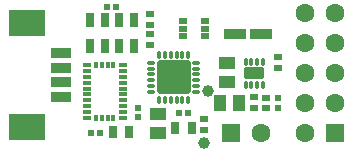
<source format=gts>
G04 Layer_Color=8388736*
%FSLAX25Y25*%
%MOIN*%
G70*
G01*
G75*
%ADD55R,0.02559X0.04528*%
G04:AMPARAMS|DCode=56|XSize=39.37mil|YSize=66.93mil|CornerRadius=3.92mil|HoleSize=0mil|Usage=FLASHONLY|Rotation=90.000|XOffset=0mil|YOffset=0mil|HoleType=Round|Shape=RoundedRectangle|*
%AMROUNDEDRECTD56*
21,1,0.03937,0.05909,0,0,90.0*
21,1,0.03154,0.06693,0,0,90.0*
1,1,0.00784,0.02955,0.01577*
1,1,0.00784,0.02955,-0.01577*
1,1,0.00784,-0.02955,-0.01577*
1,1,0.00784,-0.02955,0.01577*
%
%ADD56ROUNDEDRECTD56*%
G04:AMPARAMS|DCode=57|XSize=13.78mil|YSize=23.62mil|CornerRadius=3.94mil|HoleSize=0mil|Usage=FLASHONLY|Rotation=180.000|XOffset=0mil|YOffset=0mil|HoleType=Round|Shape=RoundedRectangle|*
%AMROUNDEDRECTD57*
21,1,0.01378,0.01575,0,0,180.0*
21,1,0.00591,0.02362,0,0,180.0*
1,1,0.00787,-0.00295,0.00787*
1,1,0.00787,0.00295,0.00787*
1,1,0.00787,0.00295,-0.00787*
1,1,0.00787,-0.00295,-0.00787*
%
%ADD57ROUNDEDRECTD57*%
%ADD58R,0.01378X0.01969*%
%ADD59R,0.02756X0.01378*%
%ADD60R,0.02559X0.02165*%
%ADD61R,0.02756X0.02047*%
%ADD62R,0.06693X0.03543*%
%ADD63R,0.12205X0.08661*%
G04:AMPARAMS|DCode=64|XSize=13.39mil|YSize=27.56mil|CornerRadius=3.95mil|HoleSize=0mil|Usage=FLASHONLY|Rotation=270.000|XOffset=0mil|YOffset=0mil|HoleType=Round|Shape=RoundedRectangle|*
%AMROUNDEDRECTD64*
21,1,0.01339,0.01965,0,0,270.0*
21,1,0.00548,0.02756,0,0,270.0*
1,1,0.00791,-0.00983,-0.00274*
1,1,0.00791,-0.00983,0.00274*
1,1,0.00791,0.00983,0.00274*
1,1,0.00791,0.00983,-0.00274*
%
%ADD64ROUNDEDRECTD64*%
G04:AMPARAMS|DCode=65|XSize=13.39mil|YSize=27.56mil|CornerRadius=3.95mil|HoleSize=0mil|Usage=FLASHONLY|Rotation=180.000|XOffset=0mil|YOffset=0mil|HoleType=Round|Shape=RoundedRectangle|*
%AMROUNDEDRECTD65*
21,1,0.01339,0.01965,0,0,180.0*
21,1,0.00548,0.02756,0,0,180.0*
1,1,0.00791,-0.00274,0.00983*
1,1,0.00791,0.00274,0.00983*
1,1,0.00791,0.00274,-0.00983*
1,1,0.00791,-0.00274,-0.00983*
%
%ADD65ROUNDEDRECTD65*%
G04:AMPARAMS|DCode=66|XSize=110.24mil|YSize=110.24mil|CornerRadius=4.1mil|HoleSize=0mil|Usage=FLASHONLY|Rotation=180.000|XOffset=0mil|YOffset=0mil|HoleType=Round|Shape=RoundedRectangle|*
%AMROUNDEDRECTD66*
21,1,0.11024,0.10205,0,0,180.0*
21,1,0.10205,0.11024,0,0,180.0*
1,1,0.00819,-0.05102,0.05102*
1,1,0.00819,0.05102,0.05102*
1,1,0.00819,0.05102,-0.05102*
1,1,0.00819,-0.05102,-0.05102*
%
%ADD66ROUNDEDRECTD66*%
%ADD67R,0.07294X0.03194*%
%ADD68R,0.02441X0.02441*%
%ADD69R,0.02441X0.02441*%
%ADD70R,0.03150X0.03937*%
%ADD71R,0.05709X0.04134*%
%ADD72R,0.04134X0.05709*%
%ADD73R,0.06299X0.06299*%
%ADD74C,0.06299*%
%ADD75R,0.06299X0.06299*%
%ADD76C,0.03894*%
%ADD77C,0.02520*%
D55*
X44463Y34610D02*
D03*
X39541D02*
D03*
X34620D02*
D03*
X29699D02*
D03*
Y43075D02*
D03*
X34620D02*
D03*
X39541D02*
D03*
X44463D02*
D03*
D56*
X84545Y25400D02*
D03*
D57*
X81593Y29140D02*
D03*
X83561D02*
D03*
X85530D02*
D03*
X87498D02*
D03*
Y21659D02*
D03*
X85530D02*
D03*
X83561D02*
D03*
X81593D02*
D03*
D58*
X31667Y10612D02*
D03*
X33636D02*
D03*
X35604D02*
D03*
X37573D02*
D03*
X31667Y28132D02*
D03*
X33636D02*
D03*
X35604D02*
D03*
X37573D02*
D03*
D59*
X28616Y28230D02*
D03*
Y26262D02*
D03*
Y24293D02*
D03*
Y22325D02*
D03*
Y20356D02*
D03*
Y18388D02*
D03*
Y16419D02*
D03*
Y14451D02*
D03*
Y12482D02*
D03*
Y10514D02*
D03*
X40624Y28230D02*
D03*
Y26262D02*
D03*
Y24293D02*
D03*
Y22325D02*
D03*
Y20356D02*
D03*
Y18388D02*
D03*
Y16419D02*
D03*
Y14451D02*
D03*
Y12482D02*
D03*
Y10514D02*
D03*
D60*
X88370Y13803D02*
D03*
Y17346D02*
D03*
X84370Y13835D02*
D03*
Y17378D02*
D03*
X49620Y38446D02*
D03*
Y34902D02*
D03*
Y45096D02*
D03*
Y41553D02*
D03*
X92520Y30906D02*
D03*
Y27362D02*
D03*
X67870Y10097D02*
D03*
Y6553D02*
D03*
D61*
X60630Y37766D02*
D03*
Y40325D02*
D03*
Y42884D02*
D03*
X68110D02*
D03*
Y40325D02*
D03*
Y37766D02*
D03*
D62*
X20079Y32244D02*
D03*
Y27322D02*
D03*
Y22401D02*
D03*
Y17480D02*
D03*
D63*
X8661Y42283D02*
D03*
Y7440D02*
D03*
D64*
X65100Y19154D02*
D03*
Y21122D02*
D03*
Y23091D02*
D03*
Y25059D02*
D03*
Y27028D02*
D03*
Y28996D02*
D03*
X50140D02*
D03*
Y27028D02*
D03*
Y25059D02*
D03*
Y23091D02*
D03*
Y21122D02*
D03*
Y19154D02*
D03*
D65*
X62541Y31555D02*
D03*
X60573D02*
D03*
X58604D02*
D03*
X56636D02*
D03*
X54667D02*
D03*
X52699D02*
D03*
Y16594D02*
D03*
X54667D02*
D03*
X56636D02*
D03*
X58604D02*
D03*
X60573D02*
D03*
X62541D02*
D03*
D66*
X57620Y24075D02*
D03*
D67*
X78120Y38575D02*
D03*
X86620D02*
D03*
D68*
X92370Y17150D02*
D03*
Y14000D02*
D03*
X45620Y14033D02*
D03*
Y10883D02*
D03*
D69*
X35433Y47638D02*
D03*
X38583D02*
D03*
X30045Y5575D02*
D03*
X33195D02*
D03*
X62445Y12075D02*
D03*
X59295D02*
D03*
D70*
X42876Y5825D02*
D03*
X37364D02*
D03*
X63626Y7325D02*
D03*
X58114D02*
D03*
D71*
X75295Y22468D02*
D03*
Y28768D02*
D03*
X52370Y5425D02*
D03*
Y11724D02*
D03*
D72*
X73220Y15575D02*
D03*
X79520D02*
D03*
D73*
X76644Y5421D02*
D03*
D74*
X86644D02*
D03*
X101575Y5512D02*
D03*
X111575Y15512D02*
D03*
X101575D02*
D03*
X111575Y25512D02*
D03*
X101575D02*
D03*
X111575Y35512D02*
D03*
X101575D02*
D03*
X111575Y45512D02*
D03*
X101575D02*
D03*
D75*
X111575Y5512D02*
D03*
D76*
X67716Y2362D02*
D03*
X68976Y19575D02*
D03*
D77*
X86120Y25400D02*
D03*
X82970D02*
D03*
M02*

</source>
